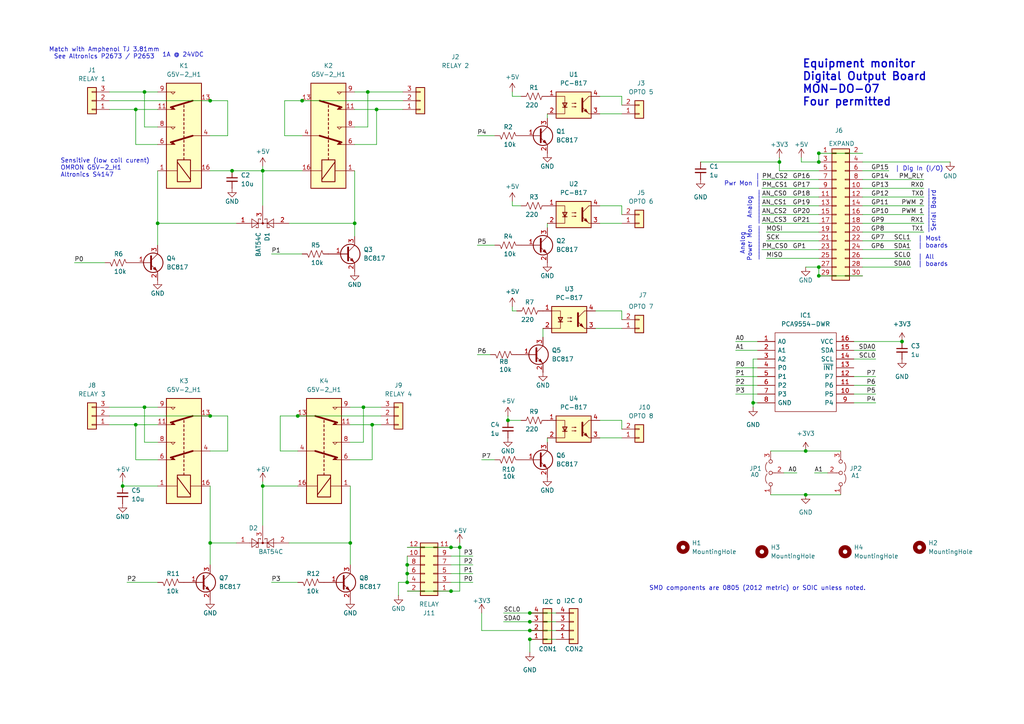
<source format=kicad_sch>
(kicad_sch (version 20250114) (generator "eeschema") (generator_version "9.0")
  (paper "A4")
  (text "| Dig In (I/O)" (at 259.588 49.022 0) (effects (font (size 1.27 1.27)) (justify left)))
  (text "Analog\n__________" (at 218.44 60.198 90) (effects (font (size 1.27 1.27))))
  (text "1A @ 24VDC" (at 53.086 16.002 0) (effects (font (size 1.27 1.27))))
  (text "    |\nPwr Mon |" (at 220.472 52.324 0) (effects (font (size 1.27 1.27)) (justify right)))
  (text "Match with Amphenol TJ 3.81mm\nSee Altronics P2673 / P2653" (at 30.226 15.494 0) (effects (font (size 1.27 1.27))))
  (text "Equipment monitor\nDigital Output Board \nMON-DO-07\nFour permitted" (at 232.664 24.13 0) (effects (font (size 2.286 2.286) (thickness 0.381) (bold yes)) (justify left)))
  (text "Sensitive (low coil curent)\nOMRON G5V-2_H1\nAltronics S4147" (at 17.526 51.562 0) (effects (font (size 1.27 1.27)) (justify left bottom)))
  (text "| All\n| boards" (at 266.192 75.692 0) (effects (font (size 1.27 1.27)) (justify left)))
  (text "SMD components are 0805 (2012 metric) or SOIC unless noted." (at 219.71 170.688 0) (effects (font (size 1.27 1.27))))
  (text "| Most\n| boards" (at 266.192 70.358 0) (effects (font (size 1.27 1.27)) (justify left)))
  (text "Analog\nPower Mon\n__________" (at 217.424 70.612 90) (effects (font (size 1.27 1.27))))
  (text "_____________\nSerial Board" (at 269.748 61.214 90) (effects (font (size 1.27 1.27))))
  (junction (at 233.68 143.51))
  (junction (at 35.56 140.97))
  (junction (at 76.2 140.97))
  (junction (at 237.49 80.01))
  (junction (at 39.37 123.19))
  (junction (at 60.96 157.48))
  (junction (at 237.49 46.99))
  (junction (at 39.37 31.75))
  (junction (at 133.35 158.75))
  (junction (at 41.91 26.67))
  (junction (at 261.62 99.06))
  (junction (at 118.11 168.91))
  (junction (at 147.32 121.92))
  (junction (at 130.81 158.75))
  (junction (at 67.31 49.53))
  (junction (at 86.36 120.65))
  (junction (at 60.96 29.21))
  (junction (at 237.49 44.45))
  (junction (at 109.22 31.75))
  (junction (at 118.11 163.83))
  (junction (at 101.6 157.48))
  (junction (at 153.67 180.34))
  (junction (at 41.91 118.11))
  (junction (at 106.68 26.67))
  (junction (at 102.87 64.77))
  (junction (at 118.11 166.37))
  (junction (at 105.41 118.11))
  (junction (at 130.81 171.45))
  (junction (at 153.67 182.88))
  (junction (at 153.67 185.42))
  (junction (at 76.2 49.53))
  (junction (at 218.44 116.84))
  (junction (at 60.96 120.65))
  (junction (at 45.72 64.77))
  (junction (at 107.95 123.19))
  (junction (at 153.67 177.8))
  (junction (at 87.63 29.21))
  (junction (at 233.68 130.81))
  (junction (at 237.49 77.47))
  (junction (at 226.06 46.99))
  (wire (pts (xy 109.22 31.75) (xy 102.87 31.75)))
  (wire (pts (xy 173.99 27.94) (xy 180.34 27.94)))
  (wire (pts (xy 227.33 137.16) (xy 231.14 137.16)))
  (wire (pts (xy 45.72 49.53) (xy 45.72 64.77)))
  (wire (pts (xy 109.22 41.91) (xy 109.22 31.75)))
  (wire (pts (xy 247.65 109.22) (xy 254 109.22)))
  (wire (pts (xy 118.11 163.83) (xy 118.11 166.37)))
  (wire (pts (xy 161.29 185.42) (xy 153.67 185.42)))
  (wire (pts (xy 180.34 27.94) (xy 180.34 30.48)))
  (wire (pts (xy 250.19 69.85) (xy 264.16 69.85)))
  (wire (pts (xy 180.34 124.46) (xy 180.34 121.92)))
  (wire (pts (xy 148.59 26.67) (xy 148.59 27.94)))
  (wire (pts (xy 101.6 157.48) (xy 101.6 163.83)))
  (wire (pts (xy 83.82 64.77) (xy 102.87 64.77)))
  (wire (pts (xy 101.6 140.97) (xy 101.6 157.48)))
  (wire (pts (xy 237.49 77.47) (xy 237.49 80.01)))
  (wire (pts (xy 250.19 49.53) (xy 257.81 49.53)))
  (wire (pts (xy 67.31 49.53) (xy 60.96 49.53)))
  (wire (pts (xy 81.28 130.81) (xy 81.28 120.65)))
  (wire (pts (xy 66.04 130.81) (xy 66.04 120.65)))
  (wire (pts (xy 250.19 72.39) (xy 264.16 72.39)))
  (wire (pts (xy 102.87 36.83) (xy 106.68 36.83)))
  (wire (pts (xy 39.37 123.19) (xy 45.72 123.19)))
  (wire (pts (xy 222.25 67.31) (xy 237.49 67.31)))
  (wire (pts (xy 237.49 44.45) (xy 250.19 44.45)))
  (wire (pts (xy 250.19 57.15) (xy 267.97 57.15)))
  (wire (pts (xy 218.44 104.14) (xy 218.44 116.84)))
  (wire (pts (xy 247.65 111.76) (xy 254 111.76)))
  (wire (pts (xy 213.36 109.22) (xy 219.71 109.22)))
  (wire (pts (xy 237.49 44.45) (xy 237.49 46.99)))
  (wire (pts (xy 67.31 49.53) (xy 76.2 49.53)))
  (wire (pts (xy 78.74 73.66) (xy 87.63 73.66)))
  (wire (pts (xy 116.84 29.21) (xy 87.63 29.21)))
  (wire (pts (xy 180.34 90.17) (xy 172.72 90.17)))
  (wire (pts (xy 118.11 166.37) (xy 118.11 168.91)))
  (wire (pts (xy 220.98 59.69) (xy 237.49 59.69)))
  (wire (pts (xy 247.65 116.84) (xy 254 116.84)))
  (wire (pts (xy 233.68 130.81) (xy 243.84 130.81)))
  (wire (pts (xy 116.84 31.75) (xy 109.22 31.75)))
  (wire (pts (xy 247.65 99.06) (xy 261.62 99.06)))
  (wire (pts (xy 222.25 74.93) (xy 237.49 74.93)))
  (wire (pts (xy 87.63 39.37) (xy 82.55 39.37)))
  (wire (pts (xy 146.05 177.8) (xy 153.67 177.8)))
  (wire (pts (xy 219.71 104.14) (xy 218.44 104.14)))
  (wire (pts (xy 66.04 39.37) (xy 66.04 29.21)))
  (wire (pts (xy 223.52 143.51) (xy 233.68 143.51)))
  (wire (pts (xy 250.19 59.69) (xy 267.97 59.69)))
  (wire (pts (xy 101.6 128.27) (xy 105.41 128.27)))
  (wire (pts (xy 76.2 49.53) (xy 76.2 59.69)))
  (wire (pts (xy 213.36 111.76) (xy 219.71 111.76)))
  (wire (pts (xy 31.75 118.11) (xy 41.91 118.11)))
  (wire (pts (xy 35.56 140.97) (xy 45.72 140.97)))
  (wire (pts (xy 45.72 41.91) (xy 39.37 41.91)))
  (wire (pts (xy 102.87 41.91) (xy 109.22 41.91)))
  (wire (pts (xy 133.35 158.75) (xy 133.35 157.48)))
  (wire (pts (xy 39.37 133.35) (xy 39.37 123.19)))
  (wire (pts (xy 250.19 46.99) (xy 275.59 46.99)))
  (wire (pts (xy 133.35 158.75) (xy 133.35 171.45)))
  (wire (pts (xy 247.65 114.3) (xy 254 114.3)))
  (wire (pts (xy 218.44 118.11) (xy 218.44 116.84)))
  (wire (pts (xy 60.96 39.37) (xy 66.04 39.37)))
  (wire (pts (xy 31.75 120.65) (xy 60.96 120.65)))
  (wire (pts (xy 247.65 104.14) (xy 254 104.14)))
  (wire (pts (xy 137.16 163.83) (xy 130.81 163.83)))
  (wire (pts (xy 161.29 177.8) (xy 153.67 177.8)))
  (wire (pts (xy 247.65 101.6) (xy 254 101.6)))
  (wire (pts (xy 76.2 140.97) (xy 86.36 140.97)))
  (wire (pts (xy 101.6 133.35) (xy 107.95 133.35)))
  (wire (pts (xy 118.11 161.29) (xy 118.11 163.83)))
  (wire (pts (xy 220.98 62.23) (xy 237.49 62.23)))
  (wire (pts (xy 213.36 106.68) (xy 219.71 106.68)))
  (wire (pts (xy 60.96 140.97) (xy 60.96 157.48)))
  (wire (pts (xy 21.59 76.2) (xy 30.48 76.2)))
  (wire (pts (xy 226.06 45.72) (xy 226.06 46.99)))
  (wire (pts (xy 105.41 118.11) (xy 101.6 118.11)))
  (wire (pts (xy 41.91 26.67) (xy 45.72 26.67)))
  (wire (pts (xy 110.49 123.19) (xy 107.95 123.19)))
  (wire (pts (xy 110.49 118.11) (xy 105.41 118.11)))
  (wire (pts (xy 173.99 121.92) (xy 180.34 121.92)))
  (wire (pts (xy 115.57 172.72) (xy 115.57 168.91)))
  (wire (pts (xy 147.32 121.92) (xy 151.13 121.92)))
  (wire (pts (xy 137.16 168.91) (xy 130.81 168.91)))
  (wire (pts (xy 116.84 26.67) (xy 106.68 26.67)))
  (wire (pts (xy 138.43 102.87) (xy 142.24 102.87)))
  (wire (pts (xy 180.34 90.17) (xy 180.34 92.71)))
  (wire (pts (xy 39.37 41.91) (xy 39.37 31.75)))
  (wire (pts (xy 173.99 33.02) (xy 180.34 33.02)))
  (wire (pts (xy 118.11 158.75) (xy 130.81 158.75)))
  (wire (pts (xy 76.2 139.7) (xy 76.2 140.97)))
  (wire (pts (xy 139.7 177.8) (xy 139.7 182.88)))
  (wire (pts (xy 250.19 64.77) (xy 267.97 64.77)))
  (wire (pts (xy 36.83 168.91) (xy 45.72 168.91)))
  (wire (pts (xy 158.75 34.29) (xy 158.75 33.02)))
  (wire (pts (xy 86.36 130.81) (xy 81.28 130.81)))
  (wire (pts (xy 250.19 77.47) (xy 264.16 77.47)))
  (wire (pts (xy 226.06 46.99) (xy 226.06 49.53)))
  (wire (pts (xy 105.41 128.27) (xy 105.41 118.11)))
  (wire (pts (xy 233.68 77.47) (xy 237.49 77.47)))
  (wire (pts (xy 76.2 140.97) (xy 76.2 152.4)))
  (wire (pts (xy 107.95 133.35) (xy 107.95 123.19)))
  (wire (pts (xy 203.2 46.99) (xy 226.06 46.99)))
  (wire (pts (xy 158.75 66.04) (xy 158.75 64.77)))
  (wire (pts (xy 83.82 157.48) (xy 101.6 157.48)))
  (wire (pts (xy 31.75 31.75) (xy 39.37 31.75)))
  (wire (pts (xy 78.74 168.91) (xy 86.36 168.91)))
  (wire (pts (xy 226.06 49.53) (xy 237.49 49.53)))
  (wire (pts (xy 232.41 45.72) (xy 232.41 46.99)))
  (wire (pts (xy 153.67 180.34) (xy 161.29 180.34)))
  (wire (pts (xy 41.91 118.11) (xy 45.72 118.11)))
  (wire (pts (xy 137.16 161.29) (xy 130.81 161.29)))
  (wire (pts (xy 138.43 71.12) (xy 143.51 71.12)))
  (wire (pts (xy 130.81 171.45) (xy 133.35 171.45)))
  (wire (pts (xy 148.59 59.69) (xy 151.13 59.69)))
  (wire (pts (xy 115.57 168.91) (xy 118.11 168.91)))
  (wire (pts (xy 35.56 139.7) (xy 35.56 140.97)))
  (wire (pts (xy 82.55 29.21) (xy 87.63 29.21)))
  (wire (pts (xy 76.2 49.53) (xy 87.63 49.53)))
  (wire (pts (xy 60.96 130.81) (xy 66.04 130.81)))
  (wire (pts (xy 148.59 27.94) (xy 151.13 27.94)))
  (wire (pts (xy 223.52 130.81) (xy 233.68 130.81)))
  (wire (pts (xy 180.34 59.69) (xy 173.99 59.69)))
  (wire (pts (xy 180.34 59.69) (xy 180.34 62.23)))
  (wire (pts (xy 45.72 36.83) (xy 41.91 36.83)))
  (wire (pts (xy 148.59 90.17) (xy 149.86 90.17)))
  (wire (pts (xy 66.04 120.65) (xy 60.96 120.65)))
  (wire (pts (xy 82.55 39.37) (xy 82.55 29.21)))
  (wire (pts (xy 76.2 48.26) (xy 76.2 49.53)))
  (wire (pts (xy 106.68 26.67) (xy 102.87 26.67)))
  (wire (pts (xy 45.72 64.77) (xy 45.72 71.12)))
  (wire (pts (xy 41.91 36.83) (xy 41.91 26.67)))
  (wire (pts (xy 213.36 101.6) (xy 219.71 101.6)))
  (wire (pts (xy 220.98 57.15) (xy 237.49 57.15)))
  (wire (pts (xy 133.35 158.75) (xy 130.81 158.75)))
  (wire (pts (xy 220.98 54.61) (xy 237.49 54.61)))
  (wire (pts (xy 172.72 95.25) (xy 180.34 95.25)))
  (wire (pts (xy 60.96 157.48) (xy 60.96 163.83)))
  (wire (pts (xy 232.41 46.99) (xy 237.49 46.99)))
  (wire (pts (xy 250.19 74.93) (xy 264.16 74.93)))
  (wire (pts (xy 118.11 171.45) (xy 130.81 171.45)))
  (wire (pts (xy 237.49 80.01) (xy 250.19 80.01)))
  (wire (pts (xy 220.98 64.77) (xy 237.49 64.77)))
  (wire (pts (xy 31.75 29.21) (xy 60.96 29.21)))
  (wire (pts (xy 220.98 72.39) (xy 237.49 72.39)))
  (wire (pts (xy 233.68 143.51) (xy 243.84 143.51)))
  (wire (pts (xy 173.99 64.77) (xy 180.34 64.77)))
  (wire (pts (xy 138.43 39.37) (xy 143.51 39.37)))
  (wire (pts (xy 139.7 133.35) (xy 143.51 133.35)))
  (wire (pts (xy 102.87 64.77) (xy 102.87 68.58)))
  (wire (pts (xy 39.37 31.75) (xy 45.72 31.75)))
  (wire (pts (xy 148.59 58.42) (xy 148.59 59.69)))
  (wire (pts (xy 153.67 185.42) (xy 153.67 189.23)))
  (wire (pts (xy 146.05 180.34) (xy 153.67 180.34)))
  (wire (pts (xy 222.25 69.85) (xy 237.49 69.85)))
  (wire (pts (xy 45.72 133.35) (xy 39.37 133.35)))
  (wire (pts (xy 102.87 49.53) (xy 102.87 64.77)))
  (wire (pts (xy 157.48 95.25) (xy 157.48 97.79)))
  (wire (pts (xy 31.75 123.19) (xy 39.37 123.19)))
  (wire (pts (xy 250.19 54.61) (xy 267.97 54.61)))
  (wire (pts (xy 218.44 116.84) (xy 219.71 116.84)))
  (wire (pts (xy 139.7 182.88) (xy 153.67 182.88)))
  (wire (pts (xy 45.72 128.27) (xy 41.91 128.27)))
  (wire (pts (xy 213.36 114.3) (xy 219.71 114.3)))
  (wire (pts (xy 107.95 123.19) (xy 101.6 123.19)))
  (wire (pts (xy 106.68 36.83) (xy 106.68 26.67)))
  (wire (pts (xy 213.36 99.06) (xy 219.71 99.06)))
  (wire (pts (xy 148.59 88.9) (xy 148.59 90.17)))
  (wire (pts (xy 41.91 128.27) (xy 41.91 118.11)))
  (wire (pts (xy 81.28 120.65) (xy 86.36 120.65)))
  (wire (pts (xy 45.72 64.77) (xy 68.58 64.77)))
  (wire (pts (xy 236.22 137.16) (xy 240.03 137.16)))
  (wire (pts (xy 220.98 52.07) (xy 237.49 52.07)))
  (wire (pts (xy 158.75 128.27) (xy 158.75 127)))
  (wire (pts (xy 161.29 182.88) (xy 153.67 182.88)))
  (wire (pts (xy 147.32 120.65) (xy 147.32 121.92)))
  (wire (pts (xy 250.19 67.31) (xy 267.97 67.31)))
  (wire (pts (xy 250.19 52.07) (xy 267.97 52.07)))
  (wire (pts (xy 66.04 29.21) (xy 60.96 29.21)))
  (wire (pts (xy 173.99 127) (xy 180.34 127)))
  (wire (pts (xy 60.96 157.48) (xy 68.58 157.48)))
  (wire (pts (xy 31.75 26.67) (xy 41.91 26.67)))
  (wire (pts (xy 250.19 62.23) (xy 267.97 62.23)))
  (wire (pts (xy 110.49 120.65) (xy 86.36 120.65)))
  (wire (pts (xy 137.16 166.37) (xy 130.81 166.37)))
  (label "SDA1" (at 264.16 72.39 180))
  (label "P3" (at 213.36 114.3 0))
  (label "GP13" (at 257.81 54.61 180))
  (label "P2" (at 137.16 163.83 180))
  (label "GP17" (at 229.87 54.61 0))
  (label "GP12" (at 257.81 57.15 180))
  (label "GP20" (at 229.87 62.23 0))
  (label "GP7" (at 256.54 69.85 180))
  (label "GP16" (at 229.87 52.07 0))
  (label "P5" (at 138.43 71.12 0))
  (label "P0" (at 21.59 76.2 0))
  (label "P6" (at 138.43 102.87 0))
  (label "GP18" (at 229.87 57.15 0))
  (label "GP21" (at 229.87 64.77 0))
  (label "PM_CS0" (at 220.98 72.39 0))
  (label "SCK" (at 222.25 69.85 0))
  (label "P0" (at 213.36 106.68 0))
  (label "GP8" (at 256.54 67.31 180))
  (label "SDA0" (at 264.16 77.47 180))
  (label "MOSI" (at 222.25 67.31 0))
  (label "SCL0" (at 254 104.14 180))
  (label "GP14" (at 257.81 52.07 180))
  (label "P1" (at 78.74 73.66 0))
  (label "GP15" (at 257.81 49.53 180))
  (label "GP9" (at 256.54 64.77 180))
  (label "P1" (at 213.36 109.22 0))
  (label "P5" (at 254 114.3 180))
  (label "GP6" (at 256.54 72.39 180))
  (label "P1" (at 137.16 166.37 180))
  (label "GP1" (at 229.87 72.39 0))
  (label "AN_CS1" (at 220.98 59.69 0))
  (label "GP19" (at 229.87 59.69 0))
  (label "P4" (at 138.43 39.37 0))
  (label "RX0" (at 267.97 54.61 180))
  (label "P7" (at 139.7 133.35 0))
  (label "AN_CS2" (at 220.98 62.23 0))
  (label "P3" (at 78.74 168.91 0))
  (label "P2" (at 36.83 168.91 0))
  (label "A1" (at 213.36 101.6 0))
  (label "TX0" (at 267.97 57.15 180))
  (label "MISO" (at 222.25 74.93 0))
  (label "SCL0" (at 264.16 74.93 180))
  (label "AN_CS0" (at 220.98 57.15 0))
  (label "SCL0" (at 146.05 177.8 0))
  (label "P3" (at 137.16 161.29 180))
  (label "AN_CS3" (at 220.98 64.77 0))
  (label "P4" (at 254 116.84 180))
  (label "A0" (at 231.14 137.16 180))
  (label "P7" (at 254 109.22 180))
  (label "PWM 2" (at 267.97 59.69 180))
  (label "P2" (at 213.36 111.76 0))
  (label "PM_CS1" (at 220.98 54.61 0))
  (label "SCL1" (at 264.16 69.85 180))
  (label "PWM 1" (at 267.97 62.23 180))
  (label "RX1" (at 267.97 64.77 180))
  (label "SDA0" (at 254 101.6 180))
  (label "P6" (at 254 111.76 180))
  (label "A1" (at 236.22 137.16 0))
  (label "PM_CS2" (at 220.98 52.07 0))
  (label "PM_RLY" (at 267.97 52.07 180))
  (label "GP11" (at 257.81 59.69 180))
  (label "TX1" (at 267.97 67.31 180))
  (label "GP10" (at 257.81 62.23 180))
  (label "P0" (at 137.16 168.91 180))
  (label "SDA0" (at 146.05 180.34 0))
  (label "A0" (at 213.36 99.06 0))
  (symbol (lib_id "Mechanical:MountingHole") (at 220.98 160.02 0) (unit 1) (exclude_from_sim yes)
    (property "Reference" "H3" (at 223.52 158.7499 0) (effects (justify left)))
    (property "Value" "MountingHole" (at 223.52 161.2899 0) (effects (justify left)))
    (property "Footprint" "RP:MountingHole_3.5mm_no_fill" (effects (hide yes)))
    (property "Description" "Mounting Hole without connection" (effects (hide yes)))
  )
  (symbol (lib_id "Relay:G5V-2") (at 53.34 39.37 90) (unit 1)
    (property "Reference" "K1" (at 53.34 19.05 90))
    (property "Value" "G5V-2_H1" (at 53.34 21.59 90))
    (property "Footprint" "RP:Relay_DPDT_Omron_G5V-2_BIGGER_HOLES" (effects (hide yes)))
    (property "Datasheet" "http://omronfs.omron.com/en_US/ecb/products/pdf/en-g5v_2.pdf" (effects (hide yes)))
  )
  (symbol (lib_id "power:+3V3") (at 233.68 130.81 0) (unit 1)
    (property "Reference" "#PWR025" (effects (hide yes)))
    (property "Value" "+3V3" (at 233.68 125.73 0))
    (property "Description" "Power symbol creates a global label with name \"+3V3\"" (effects (hide yes)))
  )
  (symbol (lib_id "Connector_Generic:Conn_01x03") (at 115.57 120.65 0) (mirror x) (unit 1)
    (property "Reference" "J9" (at 115.57 111.76 0))
    (property "Value" "RELAY 4" (at 115.57 114.3 0))
    (property "Footprint" "RP:K3EDG" (effects (hide yes)))
    (property "Description" "Generic connector, single row, 01x03, script generated (kicad-library-utils/schlib/autogen/connector/)" (effects (hide yes)))
    (property "Description_1" "Pluggable Terminal Blocks 3P 3.81MM HDR RA PLUGGABLE TERM BLK" (effects (hide yes)))
    (property "Height" "7.2" (effects (hide yes)))
    (property "Mouser Part Number" "649-220110-D031A01LF" (effects (hide yes)))
    (property "Mouser Price/Stock" "https://www.mouser.co.uk/ProductDetail/Amphenol-Anytek/OQ0332510000G?qs=Mv7BduZupUi%2F0eMoAWjmEw%3D%3D" (effects (hide yes)))
    (property "Manufacturer_Name" "Amphenol" (effects (hide yes)))
    (property "Manufacturer_Part_Number" "OQ0332510000G" (effects (hide yes)))
  )
  (symbol (lib_id "Transistor_BJT:BC818") (at 154.94 102.87 0) (unit 1)
    (property "Reference" "Q5" (at 160.02 101.5999 0) (effects (justify left)))
    (property "Value" "BC817" (at 160.02 104.1399 0) (effects (justify left)))
    (property "Footprint" "Package_TO_SOT_SMD:SOT-23" (effects (hide yes)))
    (property "Datasheet" "https://www.onsemi.com/pub/Collateral/BC818-D.pdf" (effects (hide yes)))
    (property "Description" "0.8A Ic, 25V Vce, NPN Transistor, SOT-23" (effects (hide yes)))
  )
  (symbol (lib_id "Transistor_BJT:BC818") (at 99.06 168.91 0) (unit 1)
    (property "Reference" "Q8" (at 104.14 167.6399 0) (effects (justify left)))
    (property "Value" "BC817" (at 104.14 170.1799 0) (effects (justify left)))
    (property "Footprint" "Package_TO_SOT_SMD:SOT-23" (effects (hide yes)))
    (property "Datasheet" "https://www.onsemi.com/pub/Collateral/BC818-D.pdf" (effects (hide yes)))
    (property "Description" "0.8A Ic, 25V Vce, NPN Transistor, SOT-23" (effects (hide yes)))
  )
  (symbol (lib_id "power:+5V") (at 35.56 139.7 0) (unit 1)
    (property "Reference" "#PWR027" (effects (hide yes)))
    (property "Value" "+5V" (at 35.56 136.144 0))
    (property "Description" "Power symbol creates a global label with name \"+5V\"" (effects (hide yes)))
  )
  (symbol (lib_id "Device:C_Small") (at 261.62 101.6 0) (unit 1)
    (property "Reference" "C3" (at 264.16 100.3362 0) (effects (justify left)))
    (property "Value" "1u" (at 264.16 102.8762 0) (effects (justify left)))
    (property "Footprint" "Capacitor_SMD:C_0805_2012Metric_Pad1.18x1.45mm_HandSolder" (effects (hide yes)))
    (property "Description" "Unpolarized capacitor, small symbol" (effects (hide yes)))
  )
  (symbol (lib_id "power:GND") (at 233.68 143.51 0) (unit 1)
    (property "Reference" "#PWR029" (effects (hide yes)))
    (property "Value" "GND" (at 233.68 148.59 0))
    (property "Description" "Power symbol creates a global label with name \"GND\" , ground" (effects (hide yes)))
  )
  (symbol (lib_id "power:GND") (at 153.67 189.23 0) (unit 1)
    (property "Reference" "#PWR036" (effects (hide yes)))
    (property "Value" "GND" (at 153.67 194.31 0))
    (property "Description" "Power symbol creates a global label with name \"GND\" , ground" (effects (hide yes)))
  )
  (symbol (lib_id "power:+5V") (at 76.2 48.26 0) (mirror y) (unit 1)
    (property "Reference" "#PWR05" (effects (hide yes)))
    (property "Value" "+5V" (at 76.2 43.942 0))
    (property "Description" "Power symbol creates a global label with name \"+5V\"" (effects (hide yes)))
  )
  (symbol (lib_id "power:GND") (at 157.48 107.95 0) (mirror y) (unit 1)
    (property "Reference" "#PWR021" (effects (hide yes)))
    (property "Value" "GND" (at 157.48 111.76 0))
  )
  (symbol (lib_id "power:+3V3") (at 139.7 177.8 0) (unit 1)
    (property "Reference" "#PWR035" (effects (hide yes)))
    (property "Value" "+3V3" (at 139.7 174.244 0))
    (property "Description" "Power symbol creates a global label with name \"+3V3\"" (effects (hide yes)))
  )
  (symbol (lib_id "Device:C_Small") (at 35.56 143.51 0) (unit 1)
    (property "Reference" "C5" (at 38.1 142.2462 0) (effects (justify left)))
    (property "Value" "10u" (at 38.1 144.7862 0) (effects (justify left)))
    (property "Footprint" "Capacitor_SMD:C_0805_2012Metric_Pad1.18x1.45mm_HandSolder" (effects (hide yes)))
    (property "Description" "Unpolarized capacitor, small symbol" (effects (hide yes)))
  )
  (symbol (lib_id "Connector_Generic:Conn_01x03") (at 26.67 120.65 180) (unit 1)
    (property "Reference" "J8" (at 26.67 111.76 0))
    (property "Value" "RELAY 3" (at 26.67 114.3 0))
    (property "Footprint" "RP:K3EDG" (effects (hide yes)))
    (property "Description" "Generic connector, single row, 01x03, script generated (kicad-library-utils/schlib/autogen/connector/)" (effects (hide yes)))
    (property "Description_1" "Pluggable Terminal Blocks 3P 3.81MM HDR RA PLUGGABLE TERM BLK" (effects (hide yes)))
    (property "Height" "7.2" (effects (hide yes)))
    (property "Mouser Part Number" "649-220110-D031A01LF" (effects (hide yes)))
    (property "Mouser Price/Stock" "https://www.mouser.co.uk/ProductDetail/Amphenol-Anytek/OQ0332510000G?qs=Mv7BduZupUi%2F0eMoAWjmEw%3D%3D" (effects (hide yes)))
    (property "Manufacturer_Name" "Amphenol" (effects (hide yes)))
    (property "Manufacturer_Part_Number" "OQ0332510000G" (effects (hide yes)))
  )
  (symbol (lib_id "Connector_Generic:Conn_01x02") (at 185.42 33.02 0) (mirror x) (unit 1)
    (property "Reference" "J3" (at 185.928 24.13 0))
    (property "Value" "OPTO 5" (at 185.928 26.67 0))
    (property "Footprint" "RP:K2EDG" (effects (hide yes)))
    (property "Description" "Generic connector, single row, 01x02, script generated (kicad-library-utils/schlib/autogen/connector/)" (effects (hide yes)))
    (property "Description_1" "Pluggable Terminal Blocks 2P 3.81MM HDR RA PLUGGABLE TERM BLK" (effects (hide yes)))
    (property "Height" "7.5" (effects (hide yes)))
    (property "Mouser Part Number" "649-220110-D021A01LF" (effects (hide yes)))
    (property "Mouser Price/Stock" "https://www.mouser.co.uk/ProductDetail/Amphenol-Anytek/OQ0232510000G?qs=Mv7BduZupUhls3kYL4ZmhA%3D%3D" (effects (hide yes)))
    (property "Manufacturer_Name" "Amphenol" (effects (hide yes)))
    (property "Manufacturer_Part_Number" "OQ0232510000G" (effects (hide yes)))
  )
  (symbol (lib_id "Connector_Generic:Conn_01x04") (at 166.37 182.88 0) (mirror x) (unit 1)
    (property "Reference" "CON2" (at 163.83 188.214 0) (effects (justify left)))
    (property "Value" "I2C 0" (at 163.576 174.244 0) (effects (justify left)))
    (property "Footprint" "RP:JST_SH_SM04B-SRSS-TB_1x04-1MP_P1.00mm_Horizontal_wide_MP" (effects (hide yes)))
    (property "Description" "Generic connector, single row, 01x04, script generated (kicad-library-utils/schlib/autogen/connector/)" (effects (hide yes)))
  )
  (symbol (lib_id "Device:R_US") (at 154.94 59.69 270) (unit 1)
    (property "Reference" "R3" (at 156.21 57.15 90) (effects (justify right)))
    (property "Value" "220" (at 156.21 62.23 90) (effects (justify right)))
    (property "Footprint" "Resistor_SMD:R_0805_2012Metric_Pad1.20x1.40mm_HandSolder" (effects (hide yes)))
  )
  (symbol (lib_id "Diode:BAT54C") (at 76.2 157.48 0) (mirror x) (unit 1)
    (property "Reference" "D2" (at 72.136 153.162 0) (effects (justify left)))
    (property "Value" "BAT54C" (at 74.9301 160.02 0) (effects (justify left)))
    (property "Footprint" "Package_TO_SOT_SMD:SOT-23" (effects (hide yes)))
    (property "Datasheet" "http://www.diodes.com/_files/datasheets/ds11005.pdf" (effects (hide yes)))
    (property "Description" "dual schottky barrier diode, common cathode" (effects (hide yes)))
  )
  (symbol (lib_id "power:GND") (at 101.6 173.99 0) (mirror y) (unit 1)
    (property "Reference" "#PWR034" (effects (hide yes)))
    (property "Value" "GND" (at 101.6 177.8 0))
  )
  (symbol (lib_id "Device:C_Small") (at 203.2 49.53 0) (unit 1)
    (property "Reference" "C1" (at 205.74 48.2662 0) (effects (justify left)))
    (property "Value" "1u" (at 205.74 50.8062 0) (effects (justify left)))
    (property "Footprint" "Capacitor_SMD:C_0805_2012Metric_Pad1.18x1.45mm_HandSolder" (effects (hide yes)))
    (property "Description" "Unpolarized capacitor, small symbol" (effects (hide yes)))
  )
  (symbol (lib_id "power:GND") (at 158.75 76.2 0) (mirror y) (unit 1)
    (property "Reference" "#PWR012" (effects (hide yes)))
    (property "Value" "GND" (at 158.75 80.01 0))
  )
  (symbol (lib_id "Transistor_BJT:BC818") (at 156.21 71.12 0) (unit 1)
    (property "Reference" "Q2" (at 161.29 69.8499 0) (effects (justify left)))
    (property "Value" "BC817" (at 161.29 72.3899 0) (effects (justify left)))
    (property "Footprint" "Package_TO_SOT_SMD:SOT-23" (effects (hide yes)))
    (property "Datasheet" "https://www.onsemi.com/pub/Collateral/BC818-D.pdf" (effects (hide yes)))
    (property "Description" "0.8A Ic, 25V Vce, NPN Transistor, SOT-23" (effects (hide yes)))
  )
  (symbol (lib_id "Isolator:LTV-356T") (at 165.1 92.71 0) (unit 1)
    (property "Reference" "U3" (at 165.1 83.82 0))
    (property "Value" "PC-817" (at 165.1 86.36 0))
    (property "Footprint" "SamacSys_Parts:SOP254P960X420-4N" (effects (hide yes)))
    (property "Datasheet" "http://optoelectronics.liteon.com/upload/download/DS70-2001-010/S_110_LTV-356T%2020140520.pdf" (effects (hide yes)))
    (property "Description" "DC Optocoupler, Vce 80V, CTR 50%, SO-4" (effects (hide yes)))
  )
  (symbol (lib_id "Device:C_Small") (at 147.32 124.46 0) (unit 1)
    (property "Reference" "C4" (at 142.24 123.19 0) (effects (justify left)))
    (property "Value" "1u" (at 142.24 125.73 0) (effects (justify left)))
    (property "Footprint" "Capacitor_SMD:C_0805_2012Metric_Pad1.18x1.45mm_HandSolder" (effects (hide yes)))
    (property "Description" "Unpolarized capacitor, small symbol" (effects (hide yes)))
  )
  (symbol (lib_id "Relay:G5V-2") (at 93.98 130.81 270) (mirror x) (unit 1)
    (property "Reference" "K4" (at 93.98 110.49 90))
    (property "Value" "G5V-2_H1" (at 93.98 113.03 90))
    (property "Footprint" "RP:Relay_DPDT_Omron_G5V-2_BIGGER_HOLES" (effects (hide yes)))
    (property "Datasheet" "http://omronfs.omron.com/en_US/ecb/products/pdf/en-g5v_2.pdf" (effects (hide yes)))
  )
  (symbol (lib_id "Device:R_US") (at 147.32 133.35 90) (mirror x) (unit 1)
    (property "Reference" "R10" (at 145.542 136.144 90) (effects (justify right)))
    (property "Value" "10k" (at 145.796 138.176 90) (effects (justify right)))
    (property "Footprint" "Resistor_SMD:R_0805_2012Metric_Pad1.20x1.40mm_HandSolder" (effects (hide yes)))
  )
  (symbol (lib_id "power:GND") (at 35.56 146.05 0) (mirror y) (unit 1)
    (property "Reference" "#PWR030" (effects (hide yes)))
    (property "Value" "GND" (at 35.56 149.86 0))
  )
  (symbol (lib_id "Isolator:LTV-356T") (at 166.37 62.23 0) (unit 1)
    (property "Reference" "U2" (at 166.37 53.34 0))
    (property "Value" "PC-817" (at 166.37 55.88 0))
    (property "Footprint" "SamacSys_Parts:SOP254P960X420-4N" (effects (hide yes)))
    (property "Datasheet" "http://optoelectronics.liteon.com/upload/download/DS70-2001-010/S_110_LTV-356T%2020140520.pdf" (effects (hide yes)))
    (property "Description" "DC Optocoupler, Vce 80V, CTR 50%, SO-4" (effects (hide yes)))
  )
  (symbol (lib_id "Transistor_BJT:BC818") (at 58.42 168.91 0) (unit 1)
    (property "Reference" "Q7" (at 63.5 167.6399 0) (effects (justify left)))
    (property "Value" "BC817" (at 63.5 170.1799 0) (effects (justify left)))
    (property "Footprint" "Package_TO_SOT_SMD:SOT-23" (effects (hide yes)))
    (property "Datasheet" "https://www.onsemi.com/pub/Collateral/BC818-D.pdf" (effects (hide yes)))
    (property "Description" "0.8A Ic, 25V Vce, NPN Transistor, SOT-23" (effects (hide yes)))
  )
  (symbol (lib_id "Mechanical:MountingHole") (at 198.12 158.75 0) (unit 1) (exclude_from_sim yes)
    (property "Reference" "H1" (at 200.66 157.4799 0) (effects (justify left)))
    (property "Value" "MountingHole" (at 200.66 160.0199 0) (effects (justify left)))
    (property "Footprint" "RP:MountingHole_3.5mm_no_fill" (effects (hide yes)))
    (property "Description" "Mounting Hole without connection" (effects (hide yes)))
  )
  (symbol (lib_id "Device:R_US") (at 34.29 76.2 90) (mirror x) (unit 1)
    (property "Reference" "R6" (at 33.02 73.66 90) (effects (justify right)))
    (property "Value" "10k" (at 33.02 78.74 90) (effects (justify right)))
    (property "Footprint" "Resistor_SMD:R_0805_2012Metric_Pad1.20x1.40mm_HandSolder" (effects (hide yes)))
  )
  (symbol (lib_id "power:GND") (at 45.72 81.28 0) (mirror y) (unit 1)
    (property "Reference" "#PWR015" (effects (hide yes)))
    (property "Value" "GND" (at 45.72 85.09 0))
  )
  (symbol (lib_id "Device:R_US") (at 153.67 90.17 270) (unit 1)
    (property "Reference" "R7" (at 154.94 87.63 90) (effects (justify right)))
    (property "Value" "220" (at 154.94 92.71 90) (effects (justify right)))
    (property "Footprint" "Resistor_SMD:R_0805_2012Metric_Pad1.20x1.40mm_HandSolder" (effects (hide yes)))
  )
  (symbol (lib_id "power:GND") (at 233.68 77.47 0) (unit 1)
    (property "Reference" "#PWR017" (effects (hide yes)))
    (property "Value" "GND" (at 233.68 81.28 0))
    (property "Description" "Power symbol creates a global label with name \"GND\" , ground" (effects (hide yes)))
  )
  (symbol (lib_id "power:GND") (at 67.31 54.61 0) (mirror y) (unit 1)
    (property "Reference" "#PWR010" (effects (hide yes)))
    (property "Value" "GND" (at 67.31 58.42 0))
  )
  (symbol (lib_id "Device:R_US") (at 91.44 73.66 90) (mirror x) (unit 1)
    (property "Reference" "R5" (at 90.17 71.12 90) (effects (justify right)))
    (property "Value" "10k" (at 90.17 76.2 90) (effects (justify right)))
    (property "Footprint" "Resistor_SMD:R_0805_2012Metric_Pad1.20x1.40mm_HandSolder" (effects (hide yes)))
  )
  (symbol (lib_id "Transistor_BJT:BC818") (at 100.33 73.66 0) (unit 1)
    (property "Reference" "Q3" (at 105.41 72.3899 0) (effects (justify left)))
    (property "Value" "BC817" (at 105.41 74.9299 0) (effects (justify left)))
    (property "Footprint" "Package_TO_SOT_SMD:SOT-23" (effects (hide yes)))
    (property "Datasheet" "https://www.onsemi.com/pub/Collateral/BC818-D.pdf" (effects (hide yes)))
    (property "Description" "0.8A Ic, 25V Vce, NPN Transistor, SOT-23" (effects (hide yes)))
  )
  (symbol (lib_id "power:+5V") (at 232.41 45.72 0) (unit 1)
    (property "Reference" "#PWR07" (effects (hide yes)))
    (property "Value" "+5V" (at 232.41 41.91 0))
    (property "Description" "Power symbol creates a global label with name \"+5V\"" (effects (hide yes)))
  )
  (symbol (lib_id "power:GND") (at 102.87 78.74 0) (mirror y) (unit 1)
    (property "Reference" "#PWR013" (effects (hide yes)))
    (property "Value" "GND" (at 102.87 82.55 0))
  )
  (symbol (lib_id "Transistor_BJT:BC818") (at 43.18 76.2 0) (unit 1)
    (property "Reference" "Q4" (at 48.26 74.9299 0) (effects (justify left)))
    (property "Value" "BC817" (at 48.26 77.4699 0) (effects (justify left)))
    (property "Footprint" "Package_TO_SOT_SMD:SOT-23" (effects (hide yes)))
    (property "Datasheet" "https://www.onsemi.com/pub/Collateral/BC818-D.pdf" (effects (hide yes)))
    (property "Description" "0.8A Ic, 25V Vce, NPN Transistor, SOT-23" (effects (hide yes)))
  )
  (symbol (lib_id "Device:R_US") (at 147.32 71.12 90) (mirror x) (unit 1)
    (property "Reference" "R4" (at 146.05 68.58 90) (effects (justify right)))
    (property "Value" "10k" (at 146.05 73.66 90) (effects (justify right)))
    (property "Footprint" "Resistor_SMD:R_0805_2012Metric_Pad1.20x1.40mm_HandSolder" (effects (hide yes)))
  )
  (symbol (lib_id "power:GND") (at 158.75 138.43 0) (mirror y) (unit 1)
    (property "Reference" "#PWR026" (effects (hide yes)))
    (property "Value" "GND" (at 158.75 142.24 0))
  )
  (symbol (lib_id "Connector_Generic:Conn_01x02") (at 185.42 95.25 0) (mirror x) (unit 1)
    (property "Reference" "J7" (at 186.436 85.598 0))
    (property "Value" "OPTO 7" (at 185.928 88.9 0))
    (property "Footprint" "RP:K2EDG" (effects (hide yes)))
    (property "Description" "Generic connector, single row, 01x02, script generated (kicad-library-utils/schlib/autogen/connector/)" (effects (hide yes)))
    (property "Description_1" "Pluggable Terminal Blocks 2P 3.81MM HDR RA PLUGGABLE TERM BLK" (effects (hide yes)))
    (property "Height" "7.5" (effects (hide yes)))
    (property "Mouser Part Number" "649-220110-D021A01LF" (effects (hide yes)))
    (property "Mouser Price/Stock" "https://www.mouser.co.uk/ProductDetail/Amphenol-Anytek/OQ0232510000G?qs=Mv7BduZupUhls3kYL4ZmhA%3D%3D" (effects (hide yes)))
    (property "Manufacturer_Name" "Amphenol" (effects (hide yes)))
    (property "Manufacturer_Part_Number" "OQ0232510000G" (effects (hide yes)))
  )
  (symbol (lib_id "power:+5V") (at 147.32 120.65 0) (mirror y) (unit 1)
    (property "Reference" "#PWR023" (effects (hide yes)))
    (property "Value" "+5V" (at 147.32 116.332 0))
    (property "Description" "Power symbol creates a global label with name \"+5V\"" (effects (hide yes)))
  )
  (symbol (lib_id "Connector_Generic:Conn_01x03") (at 121.92 29.21 0) (mirror x) (unit 1)
    (property "Reference" "J2" (at 132.08 16.51 0))
    (property "Value" "RELAY 2" (at 132.08 19.05 0))
    (property "Footprint" "RP:K3EDG" (effects (hide yes)))
    (property "Description" "Generic connector, single row, 01x03, script generated (kicad-library-utils/schlib/autogen/connector/)" (effects (hide yes)))
    (property "Description_1" "Pluggable Terminal Blocks 3P 3.81MM HDR RA PLUGGABLE TERM BLK" (effects (hide yes)))
    (property "Height" "7.2" (effects (hide yes)))
    (property "Mouser Part Number" "649-220110-D031A01LF" (effects (hide yes)))
    (property "Mouser Price/Stock" "https://www.mouser.co.uk/ProductDetail/Amphenol-Anytek/OQ0332510000G?qs=Mv7BduZupUi%2F0eMoAWjmEw%3D%3D" (effects (hide yes)))
    (property "Manufacturer_Name" "Amphenol" (effects (hide yes)))
    (property "Manufacturer_Part_Number" "OQ0332510000G" (effects (hide yes)))
  )
  (symbol (lib_id "Connector_Generic:Conn_01x04") (at 158.75 182.88 0) (mirror x) (unit 1)
    (property "Reference" "CON1" (at 156.21 188.214 0) (effects (justify left)))
    (property "Value" "I2C 0" (at 157.226 174.498 0) (effects (justify left)))
    (property "Footprint" "Connector_PinSocket_2.54mm:PinSocket_1x04_P2.54mm_Vertical" (effects (hide yes)))
    (property "Description" "Generic connector, single row, 01x04, script generated (kicad-library-utils/schlib/autogen/connector/)" (effects (hide yes)))
  )
  (symbol (lib_id "SamacSys_Parts:PCA9534DWR") (at 219.71 99.06 0) (unit 1)
    (property "Reference" "IC1" (at 233.68 91.44 0))
    (property "Value" "PCA9554-DWR" (at 233.68 93.98 0))
    (property "Footprint" "SamacSys_Parts:SOIC127P1030X265-16N" (effects (hide yes)))
    (property "Datasheet" "http://www.ti.com/lit/gpn/pca9534" (effects (hide yes)))
    (property "Description" "Remote 8-Bit I2C and Low-Power I/O Expander With Interrupt Output and Configuration Registers" (effects (hide yes)))
    (property "Description_1" "Remote 8-Bit I2C and Low-Power I/O Expander With Interrupt Output and Configuration Registers" (effects (hide yes)))
    (property "Height" "2.65" (effects (hide yes)))
    (property "Mouser Part Number" "595-PCA9534DWR" (effects (hide yes)))
    (property "Mouser Price/Stock" "https://www.mouser.co.uk/ProductDetail/Texas-Instruments/PCA9534DWR?qs=iSMark9AYDWOs18EtjSqPQ%3D%3D" (effects (hide yes)))
    (property "Manufacturer_Name" "Texas Instruments" (effects (hide yes)))
    (property "Manufacturer_Part_Number" "PCA9534DWR" (effects (hide yes)))
  )
  (symbol (lib_id "Mechanical:MountingHole") (at 266.7 158.75 0) (unit 1) (exclude_from_sim yes)
    (property "Reference" "H2" (at 269.24 157.4799 0) (effects (justify left)))
    (property "Value" "MountingHole" (at 269.24 160.0199 0) (effects (justify left)))
    (property "Footprint" "RP:MountingHole_3.5mm_no_fill" (effects (hide yes)))
    (property "Description" "Mounting Hole without connection" (effects (hide yes)))
  )
  (symbol (lib_id "Device:C_Small") (at 67.31 52.07 0) (unit 1)
    (property "Reference" "C2" (at 69.85 50.8062 0) (effects (justify left)))
    (property "Value" "10u" (at 69.85 53.3462 0) (effects (justify left)))
    (property "Footprint" "Capacitor_SMD:C_0805_2012Metric_Pad1.18x1.45mm_HandSolder" (effects (hide yes)))
    (property "Description" "Unpolarized capacitor, small symbol" (effects (hide yes)))
  )
  (symbol (lib_id "power:+5V") (at 148.59 88.9 0) (mirror y) (unit 1)
    (property "Reference" "#PWR018" (effects (hide yes)))
    (property "Value" "+5V" (at 148.59 84.582 0))
    (property "Description" "Power symbol creates a global label with name \"+5V\"" (effects (hide yes)))
  )
  (symbol (lib_id "Device:R_US") (at 147.32 39.37 90) (mirror x) (unit 1)
    (property "Reference" "R2" (at 146.05 36.83 90) (effects (justify right)))
    (property "Value" "10k" (at 146.05 41.91 90) (effects (justify right)))
    (property "Footprint" "Resistor_SMD:R_0805_2012Metric_Pad1.20x1.40mm_HandSolder" (effects (hide yes)))
  )
  (symbol (lib_id "Isolator:LTV-356T") (at 166.37 124.46 0) (unit 1)
    (property "Reference" "U4" (at 166.37 115.57 0))
    (property "Value" "PC-817" (at 166.37 118.11 0))
    (property "Footprint" "SamacSys_Parts:SOP254P960X420-4N" (effects (hide yes)))
    (property "Datasheet" "http://optoelectronics.liteon.com/upload/download/DS70-2001-010/S_110_LTV-356T%2020140520.pdf" (effects (hide yes)))
    (property "Description" "DC Optocoupler, Vce 80V, CTR 50%, SO-4" (effects (hide yes)))
  )
  (symbol (lib_id "power:GND") (at 218.44 118.11 0) (unit 1)
    (property "Reference" "#PWR022" (effects (hide yes)))
    (property "Value" "GND" (at 218.44 123.19 0))
    (property "Description" "Power symbol creates a global label with name \"GND\" , ground" (effects (hide yes)))
  )
  (symbol (lib_id "power:GND") (at 147.32 127 0) (mirror y) (unit 1)
    (property "Reference" "#PWR024" (effects (hide yes)))
    (property "Value" "GND" (at 147.32 130.81 0))
  )
  (symbol (lib_id "power:+3V3") (at 226.06 45.72 0) (unit 1)
    (property "Reference" "#PWR06" (effects (hide yes)))
    (property "Value" "+3V3" (at 226.06 41.91 0))
    (property "Description" "Power symbol creates a global label with name \"+3V3\"" (effects (hide yes)))
  )
  (symbol (lib_id "Diode:BAT54C") (at 76.2 64.77 0) (mirror x) (unit 1)
    (property "Reference" "D1" (at 77.4701 67.31 90) (effects (justify left)))
    (property "Value" "BAT54C" (at 74.9301 67.31 90) (effects (justify left)))
    (property "Footprint" "Package_TO_SOT_SMD:SOT-23" (effects (hide yes)))
    (property "Datasheet" "http://www.diodes.com/_files/datasheets/ds11005.pdf" (effects (hide yes)))
    (property "Description" "dual schottky barrier diode, common cathode" (effects (hide yes)))
  )
  (symbol (lib_id "power:GND") (at 60.96 173.99 0) (mirror y) (unit 1)
    (property "Reference" "#PWR033" (effects (hide yes)))
    (property "Value" "GND" (at 60.96 177.8 0))
  )
  (symbol (lib_id "power:+3V3") (at 261.62 99.06 0) (unit 1)
    (property "Reference" "#PWR019" (effects (hide yes)))
    (property "Value" "+3V3" (at 261.62 93.98 0))
    (property "Description" "Power symbol creates a global label with name \"+3V3\"" (effects (hide yes)))
  )
  (symbol (lib_id "power:+5V") (at 133.35 157.48 0) (mirror y) (unit 1)
    (property "Reference" "#PWR031" (effects (hide yes)))
    (property "Value" "+5V" (at 133.35 153.924 0))
    (property "Description" "Power symbol creates a global label with name \"+5V\"" (effects (hide yes)))
  )
  (symbol (lib_id "Mechanical:MountingHole") (at 245.11 160.02 0) (unit 1) (exclude_from_sim yes)
    (property "Reference" "H4" (at 247.65 158.7499 0) (effects (justify left)))
    (property "Value" "MountingHole" (at 247.65 161.2899 0) (effects (justify left)))
    (property "Footprint" "RP:MountingHole_3.5mm_no_fill" (effects (hide yes)))
    (property "Description" "Mounting Hole without connection" (effects (hide yes)))
  )
  (symbol (lib_id "power:GND") (at 275.59 46.99 0) (unit 1)
    (property "Reference" "#PWR08" (effects (hide yes)))
    (property "Value" "GND" (at 275.59 51.054 0))
    (property "Description" "Power symbol creates a global label with name \"GND\" , ground" (effects (hide yes)))
  )
  (symbol (lib_id "Device:R_US") (at 146.05 102.87 90) (mirror x) (unit 1)
    (property "Reference" "R8" (at 144.78 104.902 90) (effects (justify right)))
    (property "Value" "10k" (at 144.78 107.188 90) (effects (justify right)))
    (property "Footprint" "Resistor_SMD:R_0805_2012Metric_Pad1.20x1.40mm_HandSolder" (effects (hide yes)))
  )
  (symbol (lib_id "power:GND") (at 261.62 104.14 0) (unit 1)
    (property "Reference" "#PWR020" (effects (hide yes)))
    (property "Value" "GND" (at 261.62 109.22 0))
    (property "Description" "Power symbol creates a global label with name \"GND\" , ground" (effects (hide yes)))
  )
  (symbol (lib_id "Relay:G5V-2") (at 95.25 39.37 270) (mirror x) (unit 1)
    (property "Reference" "K2" (at 95.25 19.05 90))
    (property "Value" "G5V-2_H1" (at 95.25 21.59 90))
    (property "Footprint" "RP:Relay_DPDT_Omron_G5V-2_BIGGER_HOLES" (effects (hide yes)))
    (property "Datasheet" "http://omronfs.omron.com/en_US/ecb/products/pdf/en-g5v_2.pdf" (effects (hide yes)))
  )
  (symbol (lib_id "Connector_Generic:Conn_01x02") (at 185.42 64.77 0) (mirror x) (unit 1)
    (property "Reference" "J5" (at 185.928 55.88 0))
    (property "Value" "OPTO 6" (at 185.928 58.42 0))
    (property "Footprint" "RP:K2EDG" (effects (hide yes)))
    (property "Description" "Generic connector, single row, 01x02, script generated (kicad-library-utils/schlib/autogen/connector/)" (effects (hide yes)))
    (property "Description_1" "Pluggable Terminal Blocks 2P 3.81MM HDR RA PLUGGABLE TERM BLK" (effects (hide yes)))
    (property "Height" "7.5" (effects (hide yes)))
    (property "Mouser Part Number" "649-220110-D021A01LF" (effects (hide yes)))
    (property "Mouser Price/Stock" "https://www.mouser.co.uk/ProductDetail/Amphenol-Anytek/OQ0232510000G?qs=Mv7BduZupUhls3kYL4ZmhA%3D%3D" (effects (hide yes)))
    (property "Manufacturer_Name" "Amphenol" (effects (hide yes)))
    (property "Manufacturer_Part_Number" "OQ0232510000G" (effects (hide yes)))
  )
  (symbol (lib_id "Transistor_BJT:BC818") (at 156.21 133.35 0) (unit 1)
    (property "Reference" "Q6" (at 161.29 132.0799 0) (effects (justify left)))
    (property "Value" "BC817" (at 161.29 134.6199 0) (effects (justify left)))
    (property "Footprint" "Package_TO_SOT_SMD:SOT-23" (effects (hide yes)))
    (property "Datasheet" "https://www.onsemi.com/pub/Collateral/BC818-D.pdf" (effects (hide yes)))
    (property "Description" "0.8A Ic, 25V Vce, NPN Transistor, SOT-23" (effects (hide yes)))
  )
  (symbol (lib_id "Jumper:Jumper_3_Open") (at 223.52 137.16 90) (unit 1) (exclude_from_sim yes) (in_bom no)
    (property "Reference" "JP1" (at 220.98 135.8899 90) (effects (justify left)))
    (property "Value" "A0" (at 220.218 137.668 90) (effects (justify left)))
    (property "Footprint" "Connector_PinHeader_2.54mm:PinHeader_1x03_P2.54mm_Vertical" (effects (hide yes)))
    (property "Description" "Jumper, 3-pole, both open" (effects (hide yes)))
  )
  (symbol (lib_id "Connector_Generic:Conn_01x02") (at 185.42 127 0) (mirror x) (unit 1)
    (property "Reference" "J10" (at 186.944 118.11 0))
    (property "Value" "OPTO 8" (at 185.928 120.65 0))
    (property "Footprint" "RP:K2EDG" (effects (hide yes)))
    (property "Description" "Generic connector, single row, 01x02, script generated (kicad-library-utils/schlib/autogen/connector/)" (effects (hide yes)))
    (property "Description_1" "Pluggable Terminal Blocks 2P 3.81MM HDR RA PLUGGABLE TERM BLK" (effects (hide yes)))
    (property "Height" "7.5" (effects (hide yes)))
    (property "Mouser Part Number" "649-220110-D021A01LF" (effects (hide yes)))
    (property "Mouser Price/Stock" "https://www.mouser.co.uk/ProductDetail/Amphenol-Anytek/OQ0232510000G?qs=Mv7BduZupUhls3kYL4ZmhA%3D%3D" (effects (hide yes)))
    (property "Manufacturer_Name" "Amphenol" (effects (hide yes)))
    (property "Manufacturer_Part_Number" "OQ0232510000G" (effects (hide yes)))
  )
  (symbol (lib_id "Device:R_US") (at 49.53 168.91 90) (mirror x) (unit 1)
    (property "Reference" "R11" (at 48.26 166.37 90) (effects (justify right)))
    (property "Value" "10k" (at 48.26 171.45 90) (effects (justify right)))
    (property "Footprint" "Resistor_SMD:R_0805_2012Metric_Pad1.20x1.40mm_HandSolder" (effects (hide yes)))
  )
  (symbol (lib_id "Isolator:LTV-356T") (at 166.37 30.48 0) (unit 1)
    (property "Reference" "U1" (at 166.37 21.59 0))
    (property "Value" "PC-817" (at 166.37 24.13 0))
    (property "Footprint" "SamacSys_Parts:SOP254P960X420-4N" (effects (hide yes)))
    (property "Datasheet" "http://optoelectronics.liteon.com/upload/download/DS70-2001-010/S_110_LTV-356T%2020140520.pdf" (effects (hide yes)))
    (property "Description" "DC Optocoupler, Vce 80V, CTR 50%, SO-4" (effects (hide yes)))
  )
  (symbol (lib_id "Connector_Generic:Conn_02x15_Odd_Even") (at 242.57 62.23 0) (unit 1)
    (property "Reference" "J6" (at 243.332 37.846 0))
    (property "Value" "EXPAND" (at 244.094 41.656 0))
    (property "Footprint" "Connector_PinHeader_2.54mm:PinHeader_2x15_P2.54mm_Vertical" (effects (hide yes)))
    (property "Description" "Generic connector, double row, 02x15, odd/even pin numbering scheme (row 1 odd numbers, row 2 even numbers), script generated (kicad-library-utils/schlib/autogen/connector/)" (effects (hide yes)))
  )
  (symbol (lib_id "Transistor_BJT:BC818") (at 156.21 39.37 0) (unit 1)
    (property "Reference" "Q1" (at 161.29 38.0999 0) (effects (justify left)))
    (property "Value" "BC817" (at 161.29 40.6399 0) (effects (justify left)))
    (property "Footprint" "Package_TO_SOT_SMD:SOT-23" (effects (hide yes)))
    (property "Datasheet" "https://www.onsemi.com/pub/Collateral/BC818-D.pdf" (effects (hide yes)))
    (property "Description" "0.8A Ic, 25V Vce, NPN Transistor, SOT-23" (effects (hide yes)))
  )
  (symbol (lib_id "power:GND") (at 158.75 44.45 0) (mirror y) (unit 1)
    (property "Reference" "#PWR02" (effects (hide yes)))
    (property "Value" "GND" (at 158.75 48.26 0))
  )
  (symbol (lib_id "power:+5V") (at 76.2 139.7 0) (mirror y) (unit 1)
    (property "Reference" "#PWR028" (effects (hide yes)))
    (property "Value" "+5V" (at 76.2 136.144 0))
    (property "Description" "Power symbol creates a global label with name \"+5V\"" (effects (hide yes)))
  )
  (symbol (lib_id "Relay:G5V-2") (at 53.34 130.81 90) (unit 1)
    (property "Reference" "K3" (at 53.34 110.49 90))
    (property "Value" "G5V-2_H1" (at 53.34 113.03 90))
    (property "Footprint" "RP:Relay_DPDT_Omron_G5V-2_BIGGER_HOLES" (effects (hide yes)))
    (property "Datasheet" "http://omronfs.omron.com/en_US/ecb/products/pdf/en-g5v_2.pdf" (effects (hide yes)))
  )
  (symbol (lib_id "power:GND") (at 203.2 52.07 0) (unit 1)
    (property "Reference" "#PWR09" (effects (hide yes)))
    (property "Value" "GND" (at 203.2 57.15 0))
    (property "Description" "Power symbol creates a global label with name \"GND\" , ground" (effects (hide yes)))
  )
  (symbol (lib_id "power:+5V") (at 148.59 26.67 0) (mirror y) (unit 1)
    (property "Reference" "#PWR01" (effects (hide yes)))
    (property "Value" "+5V" (at 148.59 22.352 0))
    (property "Description" "Power symbol creates a global label with name \"+5V\"" (effects (hide yes)))
  )
  (symbol (lib_id "Jumper:Jumper_3_Open") (at 243.84 137.16 270) (mirror x) (unit 1) (exclude_from_sim yes) (in_bom no)
    (property "Reference" "JP2" (at 246.38 135.8899 90) (effects (justify left)))
    (property "Value" "A1" (at 246.888 137.922 90) (effects (justify left)))
    (property "Footprint" "Connector_PinHeader_2.54mm:PinHeader_1x03_P2.54mm_Vertical" (effects (hide yes)))
    (property "Description" "Jumper, 3-pole, both open" (effects (hide yes)))
  )
  (symbol (lib_id "Device:R_US") (at 154.94 121.92 270) (unit 1)
    (property "Reference" "R9" (at 156.21 119.38 90) (effects (justify right)))
    (property "Value" "220" (at 156.21 124.46 90) (effects (justify right)))
    (property "Footprint" "Resistor_SMD:R_0805_2012Metric_Pad1.20x1.40mm_HandSolder" (effects (hide yes)))
  )
  (symbol (lib_id "Device:R_US") (at 90.17 168.91 90) (mirror x) (unit 1)
    (property "Reference" "R12" (at 88.9 166.37 90) (effects (justify right)))
    (property "Value" "10k" (at 88.9 171.45 90) (effects (justify right)))
    (property "Footprint" "Resistor_SMD:R_0805_2012Metric_Pad1.20x1.40mm_HandSolder" (effects (hide yes)))
  )
  (symbol (lib_id "Connector_Generic:Conn_02x06_Odd_Even") (at 125.73 166.37 180) (unit 1)
    (property "Reference" "J11" (at 124.46 177.8 0))
    (property "Value" "RELAY" (at 124.46 175.26 0))
    (property "Footprint" "Connector_PinHeader_2.54mm:PinHeader_2x06_P2.54mm_Vertical" (effects (hide yes)))
    (property "Description" "Generic connector, double row, 02x06, odd/even pin numbering scheme (row 1 odd numbers, row 2 even numbers), script generated (kicad-library-utils/schlib/autogen/connector/)" (effects (hide yes)))
  )
  (symbol (lib_id "power:+5V") (at 148.59 58.42 0) (mirror y) (unit 1)
    (property "Reference" "#PWR011" (effects (hide yes)))
    (property "Value" "+5V" (at 148.59 54.102 0))
    (property "Description" "Power symbol creates a global label with name \"+5V\"" (effects (hide yes)))
  )
  (symbol (lib_id "Device:R_US") (at 154.94 27.94 270) (unit 1)
    (property "Reference" "R1" (at 156.21 25.4 90) (effects (justify right)))
    (property "Value" "220" (at 156.21 30.48 90) (effects (justify right)))
    (property "Footprint" "Resistor_SMD:R_0805_2012Metric_Pad1.20x1.40mm_HandSolder" (effects (hide yes)))
  )
  (symbol (lib_id "Connector_Generic:Conn_01x03") (at 26.67 29.21 180) (unit 1)
    (property "Reference" "J1" (at 26.67 20.32 0))
    (property "Value" "RELAY 1" (at 26.67 22.86 0))
    (property "Footprint" "RP:K3EDG" (effects (hide yes)))
    (property "Description" "Generic connector, single row, 01x03, script generated (kicad-library-utils/schlib/autogen/connector/)" (effects (hide yes)))
    (property "Description_1" "Pluggable Terminal Blocks 3P 3.81MM HDR RA PLUGGABLE TERM BLK" (effects (hide yes)))
    (property "Height" "7.2" (effects (hide yes)))
    (property "Mouser Part Number" "649-220110-D031A01LF" (effects (hide yes)))
    (property "Mouser Price/Stock" "https://www.mouser.co.uk/ProductDetail/Amphenol-Anytek/OQ0332510000G?qs=Mv7BduZupUi%2F0eMoAWjmEw%3D%3D" (effects (hide yes)))
    (property "Manufacturer_Name" "Amphenol" (effects (hide yes)))
    (property "Manufacturer_Part_Number" "OQ0332510000G" (effects (hide yes)))
  )
  (symbol (lib_id "power:GND") (at 115.57 172.72 0) (mirror y) (unit 1)
    (property "Reference" "#PWR032" (effects (hide yes)))
    (property "Value" "GND" (at 115.57 176.53 0))
  )
)
</source>
